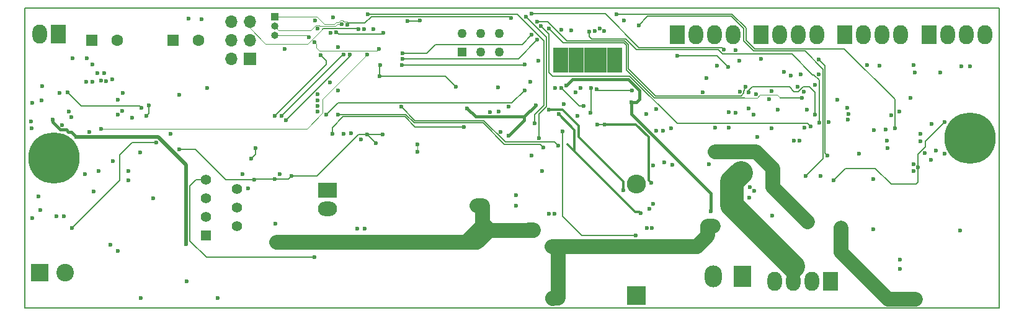
<source format=gbr>
G04 #@! TF.FileFunction,Copper,L2,Inr,Signal*
%FSLAX46Y46*%
G04 Gerber Fmt 4.6, Leading zero omitted, Abs format (unit mm)*
G04 Created by KiCad (PCBNEW 4.0.7) date 06/15/18 17:29:42*
%MOMM*%
%LPD*%
G01*
G04 APERTURE LIST*
%ADD10C,0.100000*%
%ADD11C,0.150000*%
%ADD12R,1.600000X1.600000*%
%ADD13C,1.600000*%
%ADD14R,2.600000X2.600000*%
%ADD15O,2.600000X2.600000*%
%ADD16C,7.000000*%
%ADD17R,1.700000X1.700000*%
%ADD18O,1.700000X1.700000*%
%ADD19R,1.000000X1.000000*%
%ADD20O,1.000000X1.000000*%
%ADD21R,2.350000X3.000000*%
%ADD22O,2.350000X3.000000*%
%ADD23C,1.270000*%
%ADD24R,1.270000X1.270000*%
%ADD25R,2.000000X2.600000*%
%ADD26O,2.000000X2.600000*%
%ADD27R,1.397000X1.397000*%
%ADD28C,1.397000*%
%ADD29R,1.100000X0.890000*%
%ADD30R,2.600000X2.000000*%
%ADD31O,2.600000X2.000000*%
%ADD32C,2.400000*%
%ADD33R,2.400000X2.400000*%
%ADD34C,0.600000*%
%ADD35C,0.159000*%
%ADD36C,0.200000*%
%ADD37C,0.300000*%
%ADD38C,0.500000*%
%ADD39C,0.415000*%
%ADD40C,2.000000*%
%ADD41C,0.125000*%
%ADD42C,3.200000*%
%ADD43C,1.470000*%
G04 APERTURE END LIST*
D10*
D11*
X25000000Y-164000000D02*
X25000000Y-123000000D01*
X158000000Y-164000000D02*
X25000000Y-164000000D01*
X158000000Y-123000000D02*
X158000000Y-164000000D01*
X25000000Y-123000000D02*
X158000000Y-123000000D01*
D12*
X45200000Y-127450000D03*
D13*
X48700000Y-127450000D03*
D12*
X34100000Y-127450000D03*
D13*
X37600000Y-127450000D03*
D14*
X108490000Y-162350000D03*
D15*
X108490000Y-147110000D03*
D16*
X154010000Y-140810000D03*
D17*
X55690000Y-129950000D03*
D18*
X53150000Y-129950000D03*
X55690000Y-127410000D03*
X53150000Y-127410000D03*
X55690000Y-124870000D03*
X53150000Y-124870000D03*
D19*
X59090000Y-124250000D03*
D20*
X59090000Y-125520000D03*
X59090000Y-126790000D03*
D21*
X122950000Y-159700000D03*
D22*
X118990000Y-159700000D03*
D23*
X84690000Y-126480000D03*
X87230000Y-126480000D03*
X89770000Y-126480000D03*
D24*
X84690000Y-129020000D03*
D23*
X87230000Y-129020000D03*
X89770000Y-129020000D03*
D25*
X125520000Y-126650000D03*
D26*
X128060000Y-126650000D03*
X130600000Y-126650000D03*
X133140000Y-126650000D03*
D25*
X114080000Y-126650000D03*
D26*
X116620000Y-126650000D03*
X119160000Y-126650000D03*
X121700000Y-126650000D03*
D25*
X136950000Y-126650000D03*
D26*
X139490000Y-126650000D03*
X142030000Y-126650000D03*
X144570000Y-126650000D03*
D25*
X148400000Y-126650000D03*
D26*
X150940000Y-126650000D03*
X153480000Y-126650000D03*
X156020000Y-126650000D03*
D27*
X49734000Y-154120000D03*
D28*
X53925000Y-152850000D03*
X49734000Y-151580000D03*
X53925000Y-150310000D03*
X49734000Y-149040000D03*
X53925000Y-147770000D03*
X49734000Y-146500000D03*
D29*
X106045000Y-131385000D03*
X106045000Y-130535000D03*
X106045000Y-128835000D03*
X106045000Y-129685000D03*
X104988750Y-129685000D03*
X104988750Y-128835000D03*
X104988750Y-130535000D03*
X104988750Y-131385000D03*
X103932500Y-131385000D03*
X103932500Y-130535000D03*
X103932500Y-128835000D03*
X103932500Y-129685000D03*
X102876250Y-129685000D03*
X102876250Y-128835000D03*
X102876250Y-130535000D03*
X102876250Y-131385000D03*
X101820000Y-131385000D03*
X101820000Y-130535000D03*
X101820000Y-128835000D03*
X101820000Y-129685000D03*
X100763750Y-129685000D03*
X100763750Y-128835000D03*
X100763750Y-130535000D03*
X100763750Y-131385000D03*
X99707500Y-131385000D03*
X99707500Y-130535000D03*
X99707500Y-128835000D03*
X99707500Y-129685000D03*
X98651250Y-129685000D03*
X98651250Y-128835000D03*
X98651250Y-130535000D03*
X98651250Y-131385000D03*
X97595000Y-131385000D03*
X97595000Y-130535000D03*
X97595000Y-128835000D03*
X97595000Y-129685000D03*
D16*
X29000000Y-143500000D03*
D30*
X66330000Y-147920000D03*
D31*
X66330000Y-150460000D03*
D25*
X29550000Y-126600000D03*
D26*
X27010000Y-126600000D03*
D32*
X30500000Y-159200000D03*
D33*
X27000000Y-159200000D03*
D25*
X134950000Y-160350000D03*
D26*
X132410000Y-160350000D03*
X129870000Y-160350000D03*
X127330000Y-160350000D03*
D34*
X110760000Y-144490000D03*
X46040000Y-134840000D03*
X36980000Y-143930000D03*
X94020000Y-133140000D03*
X98530000Y-136130000D03*
X70910000Y-140970000D03*
X135390000Y-146570000D03*
X91040000Y-136500000D03*
X94190000Y-143200000D03*
X132850000Y-137600000D03*
X117540000Y-134510000D03*
X123760000Y-134520000D03*
X145920000Y-135330000D03*
X137400000Y-137480000D03*
X150540000Y-138580000D03*
X146940000Y-144780000D03*
X83850000Y-133810000D03*
X73530000Y-130850000D03*
X73400000Y-132350000D03*
X67510000Y-126300000D03*
X73910000Y-126390000D03*
X72890000Y-141450000D03*
X71720000Y-140270000D03*
X73850000Y-140310000D03*
X46030000Y-142350000D03*
X56290000Y-146460000D03*
X61410000Y-145950000D03*
X59090000Y-146420000D03*
X41940000Y-136300000D03*
X41610000Y-137770000D03*
X47340000Y-124500000D03*
X49070000Y-124570000D03*
X95560000Y-145290000D03*
X60470000Y-128630000D03*
X123920000Y-147470000D03*
X114040000Y-129570000D03*
X125460000Y-129950000D03*
X111180000Y-136800000D03*
X39660000Y-137980000D03*
X113240000Y-139490000D03*
X113410000Y-144430000D03*
X118330000Y-144360000D03*
X59220000Y-152510000D03*
X59780000Y-145720000D03*
X146320000Y-145300000D03*
X132850000Y-133510000D03*
X126580000Y-135430000D03*
X121980000Y-137340000D03*
X100410000Y-137720000D03*
X100195000Y-134575000D03*
X120960000Y-131070000D03*
X112290000Y-144090000D03*
X64600000Y-124750000D03*
X67760000Y-128390000D03*
X31500000Y-129920000D03*
X33430000Y-129850000D03*
X34890000Y-131880000D03*
X25830000Y-138540000D03*
X25890000Y-139460000D03*
X134750000Y-138640000D03*
X137260000Y-136680000D03*
X89580000Y-133900000D03*
X49880000Y-133910000D03*
X35032340Y-145312460D03*
X42550000Y-148990000D03*
X34380000Y-148110000D03*
X26880000Y-148730000D03*
X26040000Y-151750000D03*
X40767660Y-142777540D03*
X150570000Y-142960000D03*
X149380000Y-142540000D03*
X144340000Y-137130000D03*
X152640000Y-153450000D03*
X139960000Y-130840000D03*
X146290000Y-130840000D03*
X152790000Y-130960000D03*
X66730000Y-126420000D03*
X67030000Y-124260000D03*
X66610000Y-133190000D03*
X72530000Y-125910000D03*
X64530000Y-157030000D03*
X71400000Y-153170000D03*
X70330000Y-153170000D03*
X98350000Y-139900000D03*
X108380000Y-154140000D03*
X54740000Y-145730000D03*
X92065000Y-150050000D03*
X88470000Y-137210000D03*
X92060000Y-148620000D03*
X89630000Y-137190000D03*
X109870000Y-153110000D03*
X110610000Y-153090000D03*
X97270000Y-151120000D03*
X96530000Y-151140000D03*
X123880000Y-148970000D03*
X34180000Y-133140000D03*
X34180000Y-130700000D03*
X47050000Y-160360000D03*
X47010000Y-155250000D03*
X28770000Y-138240000D03*
X32020000Y-140650000D03*
X121050000Y-142650000D03*
X119180000Y-142650000D03*
X131300000Y-151700000D03*
X131830000Y-152220000D03*
X121100000Y-139390000D03*
X119180000Y-139390000D03*
X144480000Y-158710000D03*
X144480000Y-157360000D03*
X123790000Y-136760000D03*
X97880000Y-137540000D03*
X109060000Y-151010000D03*
X133620000Y-146010000D03*
X140790000Y-146430000D03*
X106650000Y-147900000D03*
X110220000Y-150430000D03*
X95110000Y-130220000D03*
X96500000Y-136900000D03*
X104100000Y-126160000D03*
X106740000Y-124730000D03*
X102790000Y-126160000D03*
X107900000Y-134250000D03*
X103010000Y-134090000D03*
X101240000Y-136390000D03*
X98240000Y-133950000D03*
X110750000Y-149790000D03*
X140790000Y-153280000D03*
X110460000Y-146860000D03*
X104120000Y-138950000D03*
X103090000Y-138930000D03*
X148660000Y-143750000D03*
X102160000Y-137330000D03*
X102280000Y-133950000D03*
X64940000Y-137190000D03*
X27110000Y-150630000D03*
X146470000Y-131860000D03*
X149970000Y-131870000D03*
X154000000Y-130950000D03*
X64930000Y-136390000D03*
X64930000Y-135600000D03*
X141630000Y-130910000D03*
X119450000Y-130900000D03*
X121980000Y-128800000D03*
X117990000Y-132610000D03*
X64950000Y-134780000D03*
X118960000Y-152830000D03*
X118220000Y-152850000D03*
X96990000Y-155630000D03*
X97770000Y-155620000D03*
X97760000Y-162690000D03*
X97000000Y-162710000D03*
X71810000Y-123870000D03*
X68470000Y-129390000D03*
X60060000Y-137780000D03*
X35370000Y-132930000D03*
X39090000Y-145280000D03*
X94550000Y-138760000D03*
X143230000Y-137700000D03*
X68250000Y-125260000D03*
X124580000Y-147980000D03*
X131560000Y-145980000D03*
X98220000Y-125960000D03*
X108810000Y-125370000D03*
X142710000Y-141180000D03*
X142720000Y-142140000D03*
X129960000Y-141110000D03*
X130700000Y-141110000D03*
X125000000Y-140600000D03*
X99540000Y-126070000D03*
X130930000Y-132050000D03*
X130450000Y-133790000D03*
X134570000Y-143180000D03*
X133370000Y-130050000D03*
X133340000Y-132050000D03*
X103450000Y-125800000D03*
X128600000Y-131730000D03*
X138890000Y-142930000D03*
X133410000Y-138720000D03*
X102040000Y-126210000D03*
X137350000Y-138260000D03*
X100850000Y-133930000D03*
X131380000Y-139350000D03*
X66940000Y-140230000D03*
X97330000Y-133950000D03*
X84960000Y-139260000D03*
X89930000Y-139920000D03*
X122770000Y-145530000D03*
X123520000Y-145550000D03*
X25960000Y-136020000D03*
X35830000Y-131890000D03*
X31020000Y-137140000D03*
X124770000Y-134780000D03*
X124440000Y-137630000D03*
X109790000Y-137470000D03*
X131310000Y-134460000D03*
X147840000Y-142820000D03*
X147280000Y-141230000D03*
X122580000Y-134450000D03*
X135870000Y-135530000D03*
X35410000Y-139510000D03*
X71730000Y-129370000D03*
X111160000Y-139760000D03*
X112100000Y-139770000D03*
X148740000Y-138890000D03*
X78550000Y-141660000D03*
X78560000Y-142640000D03*
X67730000Y-137590000D03*
X95770000Y-142050000D03*
X122550000Y-130190000D03*
X120380000Y-128690000D03*
X94130000Y-123820000D03*
X67720000Y-134290000D03*
X129540000Y-132230000D03*
X66130000Y-137600000D03*
X93190000Y-134250000D03*
X71290000Y-125930000D03*
X70550000Y-125920000D03*
X73350000Y-128600000D03*
X64500000Y-127720000D03*
X63790000Y-127020000D03*
X76540000Y-129990000D03*
X94950000Y-127380000D03*
X96530000Y-125820000D03*
X131110000Y-135310000D03*
X123380000Y-133810000D03*
X94910000Y-124870000D03*
X93200000Y-130690000D03*
X76500000Y-130790000D03*
X97790000Y-141780000D03*
X76340000Y-136490000D03*
X140920000Y-139680000D03*
X146290000Y-144350000D03*
X59080000Y-137750000D03*
X65390000Y-129440000D03*
X64930000Y-125860000D03*
X77260000Y-124770000D03*
X78900000Y-124740000D03*
X105780000Y-123860000D03*
X143740000Y-139470000D03*
X142540000Y-139590000D03*
X68540000Y-140230000D03*
X44870000Y-140220000D03*
X40900000Y-136660000D03*
X29760000Y-134600000D03*
X30850000Y-134560000D03*
X69500000Y-140150000D03*
X42930000Y-141360000D03*
X31430000Y-153050000D03*
X132250000Y-139230000D03*
X95410000Y-125460000D03*
X76520000Y-129190000D03*
X94180000Y-126660000D03*
X127000000Y-151370000D03*
X118620000Y-150780000D03*
X107820000Y-135860000D03*
X98920000Y-133650000D03*
X146570000Y-162800000D03*
X136390000Y-153110000D03*
X145830000Y-162800000D03*
X136390000Y-153860000D03*
X33400000Y-133120000D03*
X33190000Y-145710000D03*
X55500000Y-147680000D03*
X30050000Y-139000000D03*
X33770000Y-139920000D03*
X37700000Y-137550000D03*
X27320000Y-133730000D03*
X37660000Y-135550000D03*
X59330000Y-155030000D03*
X60080000Y-155010000D03*
X94410000Y-153360000D03*
X93710000Y-153360000D03*
X87450000Y-150050000D03*
X86730000Y-150070000D03*
X36100000Y-133050000D03*
X147230000Y-140220000D03*
X93390000Y-124240000D03*
X91380000Y-124410000D03*
X69320000Y-129410000D03*
X60590000Y-138330000D03*
X56500000Y-142140000D03*
X55910000Y-143630000D03*
X39080000Y-146570000D03*
X95150000Y-140780000D03*
X69000000Y-125270000D03*
X121040000Y-137270000D03*
X131750000Y-136890000D03*
X126930000Y-139490000D03*
X127770000Y-136920000D03*
X126910000Y-134400000D03*
X91020000Y-140460000D03*
X94710000Y-136340000D03*
X85370000Y-136710000D03*
X36640000Y-155390000D03*
X37650000Y-156220000D03*
X38260000Y-137080000D03*
X36900000Y-132770000D03*
X38360000Y-134650000D03*
X31360000Y-137960000D03*
X27310000Y-135660000D03*
X30300000Y-151470000D03*
X51330000Y-162680000D03*
X29330000Y-151470000D03*
X40800000Y-162680000D03*
D35*
X140980000Y-144930000D02*
X141080000Y-144930000D01*
X146940000Y-146820000D02*
X146940000Y-144780000D01*
X146650000Y-147110000D02*
X146940000Y-146820000D01*
X143260000Y-147110000D02*
X146650000Y-147110000D01*
X141080000Y-144930000D02*
X143260000Y-147110000D01*
X137030000Y-144930000D02*
X140980000Y-144930000D01*
X135390000Y-146570000D02*
X137030000Y-144930000D01*
X123760000Y-134520000D02*
X123760000Y-134300000D01*
X132850000Y-134560000D02*
X132850000Y-137600000D01*
X132070000Y-133780000D02*
X132850000Y-134560000D01*
X131240000Y-133780000D02*
X132070000Y-133780000D01*
X130570000Y-134450000D02*
X131240000Y-133780000D01*
X130010000Y-134450000D02*
X130570000Y-134450000D01*
X129340000Y-133780000D02*
X130010000Y-134450000D01*
X124280000Y-133780000D02*
X129340000Y-133780000D01*
X123760000Y-134300000D02*
X124280000Y-133780000D01*
X150540000Y-138580000D02*
X147930000Y-141190000D01*
X147930000Y-141190000D02*
X147930000Y-141990000D01*
X147930000Y-141990000D02*
X146940000Y-142980000D01*
X146940000Y-142980000D02*
X146940000Y-144780000D01*
X82390000Y-132350000D02*
X73400000Y-132350000D01*
X83850000Y-133810000D02*
X82390000Y-132350000D01*
X73530000Y-130850000D02*
X73400000Y-130980000D01*
X73400000Y-130980000D02*
X73400000Y-132350000D01*
X67510000Y-126300000D02*
X67820000Y-126610000D01*
X67820000Y-126610000D02*
X73690000Y-126610000D01*
X73690000Y-126610000D02*
X73910000Y-126390000D01*
X71720000Y-140270000D02*
X70560000Y-140270000D01*
X64880000Y-145950000D02*
X61410000Y-145950000D01*
X70560000Y-140270000D02*
X64880000Y-145950000D01*
X71720000Y-140280000D02*
X71720000Y-140270000D01*
X72890000Y-141450000D02*
X71720000Y-140280000D01*
X73810000Y-140270000D02*
X71720000Y-140270000D01*
X73850000Y-140310000D02*
X73810000Y-140270000D01*
X56290000Y-146460000D02*
X52380000Y-146460000D01*
X48270000Y-142350000D02*
X46030000Y-142350000D01*
X52380000Y-146460000D02*
X48270000Y-142350000D01*
X56330000Y-146420000D02*
X59090000Y-146420000D01*
X56290000Y-146460000D02*
X56330000Y-146420000D01*
X61410000Y-145950000D02*
X60940000Y-146420000D01*
X60940000Y-146420000D02*
X59090000Y-146420000D01*
X41940000Y-137440000D02*
X41940000Y-136300000D01*
X41610000Y-137770000D02*
X41940000Y-137440000D01*
D36*
X114040000Y-129570000D02*
X119460000Y-129570000D01*
X119460000Y-129570000D02*
X120960000Y-131070000D01*
X48370000Y-146500000D02*
X47540000Y-147330000D01*
X47540000Y-147330000D02*
X47540000Y-154820000D01*
X47540000Y-154820000D02*
X49750000Y-157030000D01*
X49750000Y-157030000D02*
X64530000Y-157030000D01*
X48370000Y-146500000D02*
X49734000Y-146500000D01*
X98350000Y-139900000D02*
X98350000Y-151470000D01*
X101020000Y-154140000D02*
X108380000Y-154140000D01*
X98350000Y-151470000D02*
X101020000Y-154140000D01*
D37*
X123880000Y-148970000D02*
X123870000Y-148970000D01*
D38*
X32020000Y-140650000D02*
X43210000Y-140650000D01*
X47010000Y-144450000D02*
X47010000Y-155250000D01*
X43210000Y-140650000D02*
X47010000Y-144450000D01*
D39*
X28770000Y-138620000D02*
X28770000Y-138240000D01*
X29790000Y-139640000D02*
X28770000Y-138620000D01*
X30630000Y-139640000D02*
X29790000Y-139640000D01*
X30930000Y-139940000D02*
X30630000Y-139640000D01*
X31310000Y-139940000D02*
X30930000Y-139940000D01*
X32020000Y-140650000D02*
X31310000Y-139940000D01*
D40*
X119980000Y-142650000D02*
X119180000Y-142650000D01*
X131300000Y-151700000D02*
X127100000Y-147500000D01*
X124830000Y-142650000D02*
X121050000Y-142650000D01*
X121050000Y-142650000D02*
X119980000Y-142650000D01*
X127100000Y-144920000D02*
X124830000Y-142650000D01*
X127100000Y-147500000D02*
X127100000Y-144920000D01*
X131830000Y-152220000D02*
X131820000Y-152220000D01*
X131820000Y-152220000D02*
X131300000Y-151700000D01*
X131300000Y-151700000D02*
X131310000Y-151700000D01*
X131310000Y-151700000D02*
X131830000Y-152220000D01*
D37*
X100005000Y-142595000D02*
X100005000Y-139665000D01*
X100005000Y-139665000D02*
X97880000Y-137540000D01*
X108280000Y-150870000D02*
X100005000Y-142595000D01*
X100005000Y-142595000D02*
X99060000Y-141650000D01*
X108920000Y-150870000D02*
X108280000Y-150870000D01*
X109060000Y-151010000D02*
X108920000Y-150870000D01*
X98410000Y-136930000D02*
X96530000Y-136930000D01*
X100580000Y-140640000D02*
X106650000Y-146710000D01*
X106650000Y-146710000D02*
X106650000Y-147900000D01*
X98410000Y-136930000D02*
X100580000Y-139100000D01*
X100580000Y-139100000D02*
X100580000Y-140640000D01*
X96530000Y-136930000D02*
X96500000Y-136900000D01*
D35*
X103170000Y-134250000D02*
X107900000Y-134250000D01*
X103010000Y-134090000D02*
X103170000Y-134250000D01*
X101240000Y-136390000D02*
X100680000Y-136390000D01*
X100680000Y-136390000D02*
X98240000Y-133950000D01*
D37*
X108420000Y-138950000D02*
X104120000Y-138950000D01*
X110130000Y-140660000D02*
X108420000Y-138950000D01*
X110130000Y-146530000D02*
X110130000Y-140660000D01*
X110460000Y-146860000D02*
X110130000Y-146530000D01*
D35*
X104120000Y-138950000D02*
X104100000Y-138930000D01*
X104100000Y-138930000D02*
X103090000Y-138930000D01*
X102160000Y-137330000D02*
X102280000Y-137210000D01*
X102280000Y-137210000D02*
X102280000Y-133950000D01*
D41*
X64950000Y-134780000D02*
X64950000Y-134770000D01*
D40*
X118960000Y-152830000D02*
X118240000Y-152830000D01*
X118240000Y-152830000D02*
X118220000Y-152850000D01*
X118940000Y-152850000D02*
X118960000Y-152830000D01*
X118240000Y-154130000D02*
X118240000Y-152870000D01*
X118240000Y-152870000D02*
X118220000Y-152850000D01*
X118240000Y-154130000D02*
X116750000Y-155620000D01*
X97770000Y-155620000D02*
X116750000Y-155620000D01*
X97760000Y-162690000D02*
X97020000Y-162690000D01*
X97020000Y-162690000D02*
X97000000Y-162710000D01*
X97770000Y-155620000D02*
X97000000Y-155620000D01*
X97000000Y-155620000D02*
X96990000Y-155630000D01*
X97000000Y-155620000D02*
X96990000Y-155630000D01*
X97760000Y-162690000D02*
X97760000Y-155630000D01*
X97760000Y-155630000D02*
X97770000Y-155620000D01*
D41*
X68250000Y-125260000D02*
X67682998Y-125260000D01*
X59610000Y-126040000D02*
X59090000Y-125520000D01*
X64050000Y-126040000D02*
X59610000Y-126040000D01*
X64720000Y-125370000D02*
X64050000Y-126040000D01*
X65130000Y-125370000D02*
X64720000Y-125370000D01*
X65270000Y-125510000D02*
X65130000Y-125370000D01*
X67432998Y-125510000D02*
X65270000Y-125510000D01*
X67682998Y-125260000D02*
X67432998Y-125510000D01*
D36*
X94550000Y-138760000D02*
X94550000Y-137560000D01*
X71830000Y-123850000D02*
X71810000Y-123870000D01*
X92190000Y-123850000D02*
X71830000Y-123850000D01*
X95830000Y-127490000D02*
X92190000Y-123850000D01*
X95830000Y-136280000D02*
X95830000Y-127490000D01*
X94550000Y-137560000D02*
X95830000Y-136280000D01*
X68450000Y-129390000D02*
X68470000Y-129390000D01*
X60060000Y-137780000D02*
X68450000Y-129390000D01*
D35*
X131560000Y-145980000D02*
X133930000Y-143610000D01*
X133930000Y-143610000D02*
X133930000Y-131370000D01*
X133930000Y-131370000D02*
X131460000Y-128900000D01*
X131460000Y-128900000D02*
X124430000Y-128900000D01*
X124430000Y-128900000D02*
X123080000Y-127550000D01*
X123080000Y-127550000D02*
X123080000Y-125850000D01*
X123080000Y-125850000D02*
X121390000Y-124160000D01*
X121390000Y-124160000D02*
X110020000Y-124160000D01*
X110020000Y-124160000D02*
X108810000Y-125370000D01*
X134570000Y-143180000D02*
X134230000Y-142840000D01*
X134230000Y-142840000D02*
X134230000Y-130910000D01*
X134230000Y-130910000D02*
X133370000Y-130050000D01*
X132710000Y-132140000D02*
X133410000Y-132840000D01*
X133410000Y-132840000D02*
X133410000Y-138720000D01*
X102040000Y-126210000D02*
X102040000Y-126881996D01*
X129730000Y-129330000D02*
X132540000Y-132140000D01*
X120210000Y-129330000D02*
X129730000Y-129330000D01*
X119604002Y-128724002D02*
X120210000Y-129330000D01*
X108504002Y-128724002D02*
X119604002Y-128724002D01*
X107000000Y-127220000D02*
X108504002Y-128724002D01*
X102378004Y-127220000D02*
X107000000Y-127220000D01*
X102040000Y-126881996D02*
X102378004Y-127220000D01*
X132540000Y-132140000D02*
X132710000Y-132140000D01*
X66940000Y-140230000D02*
X66940000Y-139390000D01*
X78240000Y-139260000D02*
X84960000Y-139260000D01*
X76854002Y-137874002D02*
X78240000Y-139260000D01*
X68455998Y-137874002D02*
X76854002Y-137874002D01*
X66940000Y-139390000D02*
X68455998Y-137874002D01*
D42*
X121530000Y-149980000D02*
X121530000Y-146770000D01*
X121530000Y-146770000D02*
X122770000Y-145530000D01*
X123520000Y-151970000D02*
X121530000Y-149980000D01*
X123520000Y-151990000D02*
X123520000Y-151970000D01*
X123520000Y-151990000D02*
X129870000Y-158340000D01*
D43*
X129870000Y-160350000D02*
X129870000Y-158340000D01*
X129870000Y-160350000D02*
X129870000Y-159650000D01*
X129870000Y-158340000D02*
X129780000Y-158250000D01*
D41*
X63470000Y-139510000D02*
X35410000Y-139510000D01*
X65650000Y-137330000D02*
X63470000Y-139510000D01*
X65650000Y-135450000D02*
X65650000Y-137330000D01*
X71730000Y-129370000D02*
X65650000Y-135450000D01*
X78550000Y-142630000D02*
X78550000Y-141660000D01*
X78560000Y-142640000D02*
X78550000Y-142630000D01*
D35*
X76980000Y-137590000D02*
X67730000Y-137590000D01*
X78120000Y-138730000D02*
X76980000Y-137590000D01*
X87549370Y-138730000D02*
X78120000Y-138730000D01*
X90449370Y-141630000D02*
X87549370Y-138730000D01*
X95350000Y-141630000D02*
X90449370Y-141630000D01*
X95770000Y-142050000D02*
X95350000Y-141630000D01*
X120380000Y-128690000D02*
X120130000Y-128440000D01*
X120130000Y-128440000D02*
X108820000Y-128440000D01*
X108820000Y-128440000D02*
X104200000Y-123820000D01*
X104200000Y-123820000D02*
X94130000Y-123820000D01*
X67750000Y-135980000D02*
X66130000Y-137600000D01*
X91460000Y-135980000D02*
X67750000Y-135980000D01*
X93190000Y-134250000D02*
X91460000Y-135980000D01*
X65590000Y-125920000D02*
X65600000Y-125920000D01*
D41*
X65590000Y-125920000D02*
X63610000Y-127900000D01*
X63610000Y-127900000D02*
X57820000Y-127900000D01*
X57820000Y-127900000D02*
X55690000Y-125770000D01*
X55690000Y-124870000D02*
X55690000Y-125770000D01*
D35*
X70410000Y-125780000D02*
X70550000Y-125920000D01*
X65740000Y-125780000D02*
X70410000Y-125780000D01*
X65600000Y-125920000D02*
X65740000Y-125780000D01*
D41*
X59090000Y-126790000D02*
X63560000Y-126790000D01*
X73070000Y-128880000D02*
X73350000Y-128600000D01*
X65210000Y-128880000D02*
X73070000Y-128880000D01*
X64740000Y-128410000D02*
X65210000Y-128880000D01*
X64740000Y-127960000D02*
X64740000Y-128410000D01*
X64500000Y-127720000D02*
X64740000Y-127960000D01*
X63560000Y-126790000D02*
X63790000Y-127020000D01*
X123290000Y-135310000D02*
X124940000Y-135310000D01*
X127670000Y-134900000D02*
X128080000Y-135310000D01*
X125350000Y-134900000D02*
X127670000Y-134900000D01*
X124940000Y-135310000D02*
X125350000Y-134900000D01*
D35*
X96795000Y-126085000D02*
X96530000Y-125820000D01*
X92340000Y-129990000D02*
X76540000Y-129990000D01*
X94950000Y-127380000D02*
X92340000Y-129990000D01*
X131110000Y-135310000D02*
X128080000Y-135310000D01*
X123290000Y-135310000D02*
X110950000Y-135310000D01*
X98500000Y-127790000D02*
X96795000Y-126085000D01*
X106750000Y-127790000D02*
X98500000Y-127790000D01*
X107100000Y-128140000D02*
X106750000Y-127790000D01*
X107100000Y-131460000D02*
X107100000Y-128140000D01*
X110950000Y-135310000D02*
X107100000Y-131460000D01*
X123380000Y-133810000D02*
X123150000Y-134440000D01*
X123150000Y-134440000D02*
X123150000Y-134605998D01*
X123150000Y-134605998D02*
X122730000Y-135025998D01*
X122730000Y-135025998D02*
X111067638Y-135025998D01*
X111067638Y-135025998D02*
X107390000Y-131348360D01*
X107390000Y-131348360D02*
X107390000Y-128020000D01*
X107390000Y-128020000D02*
X106875998Y-127505998D01*
X106875998Y-127505998D02*
X98965998Y-127505998D01*
X98965998Y-127505998D02*
X96330000Y-124870000D01*
X96330000Y-124870000D02*
X94910000Y-124870000D01*
X93200000Y-130690000D02*
X93100000Y-130790000D01*
X93100000Y-130790000D02*
X76500000Y-130790000D01*
D36*
X97320000Y-141310000D02*
X97790000Y-141780000D01*
X90560000Y-141310000D02*
X97320000Y-141310000D01*
X87670000Y-138420000D02*
X90560000Y-141310000D01*
X78270000Y-138420000D02*
X87670000Y-138420000D01*
X76340000Y-136490000D02*
X78270000Y-138420000D01*
X66130000Y-130700000D02*
X59080000Y-137750000D01*
X66130000Y-130180000D02*
X66130000Y-130700000D01*
X65390000Y-129440000D02*
X66130000Y-130180000D01*
D35*
X143740000Y-139470000D02*
X143740000Y-135510000D01*
X78870000Y-124770000D02*
X77260000Y-124770000D01*
X78900000Y-124740000D02*
X78870000Y-124770000D01*
X121520000Y-123860000D02*
X105780000Y-123860000D01*
X123410000Y-125750000D02*
X121520000Y-123860000D01*
X123410000Y-127390000D02*
X123410000Y-125750000D01*
X124620000Y-128600000D02*
X123410000Y-127390000D01*
X136830000Y-128600000D02*
X124620000Y-128600000D01*
X143740000Y-135510000D02*
X136830000Y-128600000D01*
X32670000Y-136380000D02*
X30850000Y-134560000D01*
X40620000Y-136380000D02*
X32670000Y-136380000D01*
X40900000Y-136660000D02*
X40620000Y-136380000D01*
X39650000Y-141360000D02*
X42930000Y-141360000D01*
X37910000Y-143100000D02*
X39650000Y-141360000D01*
X37910000Y-146570000D02*
X37910000Y-143100000D01*
X31430000Y-153050000D02*
X37910000Y-146570000D01*
X96490000Y-126540000D02*
X95410000Y-125460000D01*
X96490000Y-131790000D02*
X96490000Y-126540000D01*
X97030000Y-132330000D02*
X96490000Y-131790000D01*
X107540000Y-132330000D02*
X97030000Y-132330000D01*
X114020000Y-138810000D02*
X107540000Y-132330000D01*
X131830000Y-138810000D02*
X114020000Y-138810000D01*
X132250000Y-139230000D02*
X131830000Y-138810000D01*
X79860000Y-129190000D02*
X76520000Y-129190000D01*
X81060000Y-127990000D02*
X79860000Y-129190000D01*
X92850000Y-127990000D02*
X81060000Y-127990000D01*
X94180000Y-126660000D02*
X92850000Y-127990000D01*
D39*
X107820000Y-135860000D02*
X107820000Y-137530000D01*
X118620000Y-148330000D02*
X118620000Y-150780000D01*
X107820000Y-137530000D02*
X118620000Y-148330000D01*
X108490000Y-135860000D02*
X107820000Y-135860000D01*
X108860000Y-135490000D02*
X108490000Y-135860000D01*
X108860000Y-134250000D02*
X108860000Y-135490000D01*
X107400000Y-132790000D02*
X108860000Y-134250000D01*
X99780000Y-132790000D02*
X107400000Y-132790000D01*
X98920000Y-133650000D02*
X99780000Y-132790000D01*
D40*
X146570000Y-162800000D02*
X142830000Y-162800000D01*
X136390000Y-156360000D02*
X136390000Y-153860000D01*
X136390000Y-156360000D02*
X142830000Y-162800000D01*
X136390000Y-153110000D02*
X136390000Y-153860000D01*
X85190000Y-155010000D02*
X86740000Y-155010000D01*
X86740000Y-155010000D02*
X88370000Y-153380000D01*
X60080000Y-155010000D02*
X85190000Y-155010000D01*
X85190000Y-155010000D02*
X87595000Y-152605000D01*
X59330000Y-155030000D02*
X60060000Y-155030000D01*
X60060000Y-155030000D02*
X60080000Y-155010000D01*
X93710000Y-153360000D02*
X94410000Y-153360000D01*
X86730000Y-150070000D02*
X87430000Y-150070000D01*
X87430000Y-150070000D02*
X87450000Y-150050000D01*
X87450000Y-150050000D02*
X86750000Y-150050000D01*
X86750000Y-150050000D02*
X86730000Y-150070000D01*
X87450000Y-152460000D02*
X87595000Y-152605000D01*
X87450000Y-150050000D02*
X87450000Y-152460000D01*
X87595000Y-152605000D02*
X88370000Y-153380000D01*
X94410000Y-153360000D02*
X94430000Y-153380000D01*
X88370000Y-153380000D02*
X94430000Y-153380000D01*
X86750000Y-150050000D02*
X86730000Y-150070000D01*
D41*
X67790000Y-125009998D02*
X67460000Y-125009998D01*
X68540000Y-124850000D02*
X68440000Y-124750000D01*
X68440000Y-124750000D02*
X68049998Y-124750000D01*
X68049998Y-124750000D02*
X67790000Y-125009998D01*
X69000000Y-125270000D02*
X69000000Y-124850000D01*
X69000000Y-124850000D02*
X68540000Y-124850000D01*
X64820000Y-124240000D02*
X59100000Y-124240000D01*
X65839998Y-125259998D02*
X64820000Y-124240000D01*
X67210000Y-125259998D02*
X65839998Y-125259998D01*
X67460000Y-125009998D02*
X67210000Y-125259998D01*
X59100000Y-124240000D02*
X59090000Y-124250000D01*
D36*
X95150000Y-140780000D02*
X95150000Y-137490000D01*
X95150000Y-137490000D02*
X96180000Y-136460000D01*
X96180000Y-136460000D02*
X96180000Y-127030000D01*
X96180000Y-127030000D02*
X93390000Y-124240000D01*
X91380000Y-124410000D02*
X91145002Y-124175002D01*
X91145002Y-124175002D02*
X72274998Y-124175002D01*
X72274998Y-124175002D02*
X71390000Y-125060000D01*
X71390000Y-125060000D02*
X69210000Y-125060000D01*
X69210000Y-125060000D02*
X69000000Y-125270000D01*
X69320000Y-129600000D02*
X69320000Y-129410000D01*
X60590000Y-138330000D02*
X69320000Y-129600000D01*
X56500000Y-143040000D02*
X56500000Y-142140000D01*
X55910000Y-143630000D02*
X56500000Y-143040000D01*
D39*
X93170000Y-138310000D02*
X93170000Y-137880000D01*
X91020000Y-140460000D02*
X93170000Y-138310000D01*
X93170000Y-137880000D02*
X94710000Y-136340000D01*
X86540000Y-137880000D02*
X93170000Y-137880000D01*
X85370000Y-136710000D02*
X86540000Y-137880000D01*
M02*

</source>
